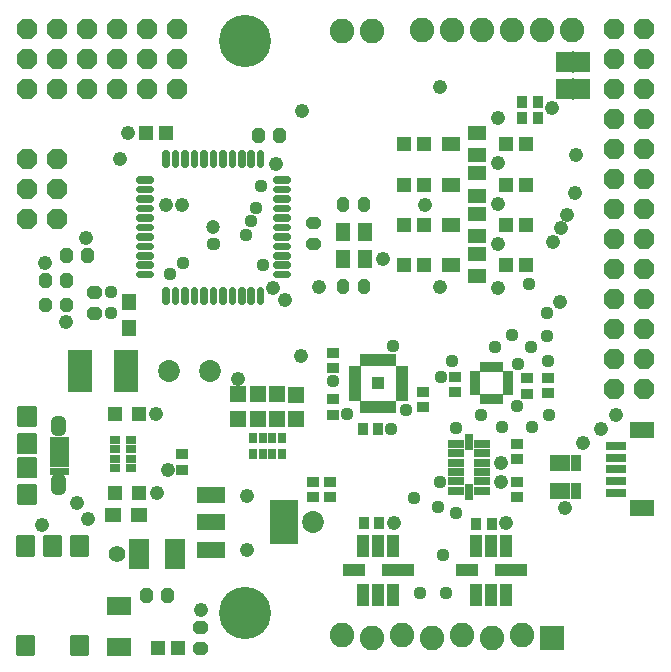
<source format=gts>
G75*
G70*
%OFA0B0*%
%FSLAX24Y24*%
%IPPOS*%
%LPD*%
%AMOC8*
5,1,8,0,0,1.08239X$1,22.5*
%
%ADD10R,0.0198X0.0395*%
%ADD11R,0.0395X0.0198*%
%ADD12R,0.0394X0.0394*%
%ADD13R,0.0552X0.0277*%
%ADD14R,0.0277X0.0552*%
%ADD15R,0.0434X0.0356*%
%ADD16R,0.0356X0.0434*%
%ADD17R,0.0336X0.0190*%
%ADD18R,0.0190X0.0336*%
%ADD19R,0.0789X0.0552*%
%ADD20R,0.0690X0.0316*%
%ADD21C,0.0820*%
%ADD22OC8,0.0690*%
%ADD23R,0.0552X0.0552*%
%ADD24C,0.0347*%
%ADD25R,0.0828X0.1419*%
%ADD26R,0.0474X0.0474*%
%ADD27R,0.0552X0.0474*%
%ADD28R,0.0336X0.0277*%
%ADD29R,0.0474X0.0552*%
%ADD30C,0.0206*%
%ADD31C,0.0474*%
%ADD32R,0.0710X0.1025*%
%ADD33C,0.0095*%
%ADD34R,0.0277X0.0336*%
%ADD35R,0.0493X0.0592*%
%ADD36R,0.0789X0.0631*%
%ADD37C,0.0138*%
%ADD38C,0.0384*%
%ADD39C,0.0024*%
%ADD40C,0.0068*%
%ADD41C,0.0356*%
%ADD42R,0.1064X0.0395*%
%ADD43R,0.0737X0.0395*%
%ADD44R,0.0395X0.0737*%
%ADD45R,0.0820X0.0820*%
%ADD46R,0.0540X0.0710*%
%ADD47R,0.0060X0.0720*%
%ADD48OC8,0.0680*%
%ADD49R,0.0330X0.0580*%
%ADD50R,0.0631X0.0474*%
%ADD51R,0.0513X0.0474*%
%ADD52R,0.0960X0.0560*%
%ADD53R,0.0946X0.1497*%
%ADD54R,0.0474X0.0513*%
%ADD55C,0.0476*%
%ADD56C,0.0555*%
%ADD57C,0.0730*%
%ADD58C,0.0437*%
%ADD59C,0.1740*%
D10*
X012263Y010854D03*
X012460Y010854D03*
X012657Y010854D03*
X012853Y010854D03*
X013050Y010854D03*
X013247Y010854D03*
X013247Y012429D03*
X013050Y012429D03*
X012853Y012429D03*
X012657Y012429D03*
X012460Y012429D03*
X012263Y012429D03*
D11*
X011968Y012133D03*
X011968Y011937D03*
X011968Y011740D03*
X011968Y011543D03*
X011968Y011346D03*
X011968Y011149D03*
X013542Y011149D03*
X013542Y011346D03*
X013542Y011543D03*
X013542Y011740D03*
X013542Y011937D03*
X013542Y012133D03*
D12*
X012755Y011641D03*
D13*
X015337Y009629D03*
X015337Y009314D03*
X015337Y008999D03*
X015337Y008684D03*
X015337Y008369D03*
X015337Y008054D03*
X016203Y008054D03*
X016203Y008369D03*
X016203Y008684D03*
X016203Y008999D03*
X016203Y009314D03*
X016203Y009629D03*
D14*
X015770Y009668D03*
X015770Y008015D03*
D15*
X017380Y007850D03*
X017380Y008362D03*
X017380Y009110D03*
X017380Y009622D03*
X017725Y011300D03*
X017725Y011812D03*
X018415Y011832D03*
X018415Y011320D03*
X015320Y011345D03*
X015320Y011857D03*
X014255Y011352D03*
X014255Y010840D03*
X011250Y010590D03*
X011250Y011102D03*
X011250Y012135D03*
X011250Y012647D03*
X011155Y008352D03*
X011155Y007840D03*
X010585Y007840D03*
X010585Y008352D03*
X006230Y008760D03*
X006230Y009272D03*
D16*
X012254Y010101D03*
X012766Y010101D03*
X012781Y006991D03*
X012269Y006991D03*
X016029Y006961D03*
X016541Y006961D03*
X017564Y020476D03*
X018076Y020476D03*
X018071Y021031D03*
X017559Y021031D03*
D17*
X017069Y011947D03*
X017069Y011750D03*
X017069Y011553D03*
X017069Y011356D03*
X015991Y011356D03*
X015991Y011553D03*
X015991Y011750D03*
X015991Y011947D03*
D18*
X016235Y012191D03*
X016432Y012191D03*
X016628Y012191D03*
X016825Y012191D03*
X016825Y011112D03*
X016628Y011112D03*
X016432Y011112D03*
X016235Y011112D03*
D19*
X021556Y010073D03*
X021556Y007475D03*
D20*
X020680Y007986D03*
X020680Y008380D03*
X020680Y008774D03*
X020680Y009167D03*
X020680Y009561D03*
D21*
X017540Y003261D03*
X016540Y003161D03*
X015540Y003261D03*
X014540Y003161D03*
X013540Y003261D03*
X012540Y003161D03*
X011540Y003261D03*
X011565Y023386D03*
X012565Y023386D03*
X014205Y023411D03*
X015205Y023411D03*
X016205Y023411D03*
X017205Y023411D03*
X018205Y023411D03*
X019205Y023411D03*
D22*
X002065Y019111D03*
X002065Y018111D03*
X002065Y017111D03*
X001065Y017111D03*
X001065Y018111D03*
X001065Y019111D03*
D23*
X008095Y011280D03*
X008735Y011275D03*
X009370Y011270D03*
X010015Y011265D03*
X010015Y010438D03*
X009370Y010443D03*
X008735Y010448D03*
X008095Y010453D03*
D24*
X011634Y014778D02*
X011634Y014944D01*
X011634Y014778D02*
X011546Y014778D01*
X011546Y014944D01*
X011634Y014944D01*
X012334Y014944D02*
X012334Y014778D01*
X012246Y014778D01*
X012246Y014944D01*
X012334Y014944D01*
X010532Y016242D02*
X010532Y016330D01*
X010698Y016330D01*
X010698Y016242D01*
X010532Y016242D01*
X010532Y016942D02*
X010532Y017030D01*
X010698Y017030D01*
X010698Y016942D01*
X010532Y016942D01*
X011634Y017503D02*
X011634Y017669D01*
X011634Y017503D02*
X011546Y017503D01*
X011546Y017669D01*
X011634Y017669D01*
X012334Y017669D02*
X012334Y017503D01*
X012246Y017503D01*
X012246Y017669D01*
X012334Y017669D01*
X009504Y019828D02*
X009504Y019994D01*
X009504Y019828D02*
X009416Y019828D01*
X009416Y019994D01*
X009504Y019994D01*
X008804Y019994D02*
X008804Y019828D01*
X008716Y019828D01*
X008716Y019994D01*
X008804Y019994D01*
X003368Y014720D02*
X003202Y014720D01*
X003368Y014720D02*
X003368Y014632D01*
X003202Y014632D01*
X003202Y014720D01*
X003202Y014020D02*
X003368Y014020D01*
X003368Y013932D01*
X003202Y013932D01*
X003202Y014020D01*
X002404Y014168D02*
X002316Y014168D01*
X002316Y014334D01*
X002404Y014334D01*
X002404Y014168D01*
X001704Y014168D02*
X001616Y014168D01*
X001616Y014334D01*
X001704Y014334D01*
X001704Y014168D01*
X001704Y015154D02*
X001616Y015154D01*
X001704Y015154D02*
X001704Y014988D01*
X001616Y014988D01*
X001616Y015154D01*
X002316Y015154D02*
X002404Y015154D01*
X002404Y014988D01*
X002316Y014988D01*
X002316Y015154D01*
X002404Y015808D02*
X002404Y015974D01*
X002404Y015808D02*
X002316Y015808D01*
X002316Y015974D01*
X002404Y015974D01*
X003104Y015974D02*
X003104Y015808D01*
X003016Y015808D01*
X003016Y015974D01*
X003104Y015974D01*
X005084Y004644D02*
X005084Y004478D01*
X004996Y004478D01*
X004996Y004644D01*
X005084Y004644D01*
X005784Y004644D02*
X005784Y004478D01*
X005696Y004478D01*
X005696Y004644D01*
X005784Y004644D01*
X006757Y003555D02*
X006923Y003555D01*
X006923Y003467D01*
X006757Y003467D01*
X006757Y003555D01*
X006757Y002855D02*
X006923Y002855D01*
X006923Y002767D01*
X006757Y002767D01*
X006757Y002855D01*
D25*
X004358Y012036D03*
X002822Y012036D03*
D26*
X003996Y010611D03*
X004784Y010611D03*
X004784Y007986D03*
X003996Y007986D03*
D27*
X003932Y007261D03*
X004798Y007261D03*
D28*
X004531Y008814D03*
X004531Y009129D03*
X004531Y009444D03*
X004531Y009759D03*
X003999Y009759D03*
X003999Y009444D03*
X003999Y009129D03*
X003999Y008814D03*
D29*
X004435Y013483D03*
X004435Y014349D03*
D30*
X005194Y015237D02*
X005194Y015287D01*
X005194Y015237D02*
X004770Y015237D01*
X004770Y015287D01*
X005194Y015287D01*
X005194Y015552D02*
X005194Y015602D01*
X005194Y015552D02*
X004770Y015552D01*
X004770Y015602D01*
X005194Y015602D01*
X005194Y015866D02*
X005194Y015916D01*
X005194Y015866D02*
X004770Y015866D01*
X004770Y015916D01*
X005194Y015916D01*
X005194Y016181D02*
X005194Y016231D01*
X005194Y016181D02*
X004770Y016181D01*
X004770Y016231D01*
X005194Y016231D01*
X005194Y016496D02*
X005194Y016546D01*
X005194Y016496D02*
X004770Y016496D01*
X004770Y016546D01*
X005194Y016546D01*
X005194Y016811D02*
X005194Y016861D01*
X005194Y016811D02*
X004770Y016811D01*
X004770Y016861D01*
X005194Y016861D01*
X005194Y017126D02*
X005194Y017176D01*
X005194Y017126D02*
X004770Y017126D01*
X004770Y017176D01*
X005194Y017176D01*
X005194Y017441D02*
X005194Y017491D01*
X005194Y017441D02*
X004770Y017441D01*
X004770Y017491D01*
X005194Y017491D01*
X005194Y017756D02*
X005194Y017806D01*
X005194Y017756D02*
X004770Y017756D01*
X004770Y017806D01*
X005194Y017806D01*
X005194Y018071D02*
X005194Y018121D01*
X005194Y018071D02*
X004770Y018071D01*
X004770Y018121D01*
X005194Y018121D01*
X005194Y018386D02*
X005194Y018436D01*
X005194Y018386D02*
X004770Y018386D01*
X004770Y018436D01*
X005194Y018436D01*
X005715Y018908D02*
X005715Y019332D01*
X005715Y018908D02*
X005665Y018908D01*
X005665Y019332D01*
X005715Y019332D01*
X005715Y019113D02*
X005665Y019113D01*
X005665Y019318D02*
X005715Y019318D01*
X006030Y019332D02*
X006030Y018908D01*
X005980Y018908D01*
X005980Y019332D01*
X006030Y019332D01*
X006030Y019113D02*
X005980Y019113D01*
X005980Y019318D02*
X006030Y019318D01*
X006345Y019332D02*
X006345Y018908D01*
X006295Y018908D01*
X006295Y019332D01*
X006345Y019332D01*
X006345Y019113D02*
X006295Y019113D01*
X006295Y019318D02*
X006345Y019318D01*
X006660Y019332D02*
X006660Y018908D01*
X006610Y018908D01*
X006610Y019332D01*
X006660Y019332D01*
X006660Y019113D02*
X006610Y019113D01*
X006610Y019318D02*
X006660Y019318D01*
X006975Y019332D02*
X006975Y018908D01*
X006925Y018908D01*
X006925Y019332D01*
X006975Y019332D01*
X006975Y019113D02*
X006925Y019113D01*
X006925Y019318D02*
X006975Y019318D01*
X007290Y019332D02*
X007290Y018908D01*
X007240Y018908D01*
X007240Y019332D01*
X007290Y019332D01*
X007290Y019113D02*
X007240Y019113D01*
X007240Y019318D02*
X007290Y019318D01*
X007605Y019332D02*
X007605Y018908D01*
X007555Y018908D01*
X007555Y019332D01*
X007605Y019332D01*
X007605Y019113D02*
X007555Y019113D01*
X007555Y019318D02*
X007605Y019318D01*
X007920Y019332D02*
X007920Y018908D01*
X007870Y018908D01*
X007870Y019332D01*
X007920Y019332D01*
X007920Y019113D02*
X007870Y019113D01*
X007870Y019318D02*
X007920Y019318D01*
X008235Y019332D02*
X008235Y018908D01*
X008185Y018908D01*
X008185Y019332D01*
X008235Y019332D01*
X008235Y019113D02*
X008185Y019113D01*
X008185Y019318D02*
X008235Y019318D01*
X008550Y019332D02*
X008550Y018908D01*
X008500Y018908D01*
X008500Y019332D01*
X008550Y019332D01*
X008550Y019113D02*
X008500Y019113D01*
X008500Y019318D02*
X008550Y019318D01*
X008865Y019332D02*
X008865Y018908D01*
X008815Y018908D01*
X008815Y019332D01*
X008865Y019332D01*
X008865Y019113D02*
X008815Y019113D01*
X008815Y019318D02*
X008865Y019318D01*
X009760Y018436D02*
X009760Y018386D01*
X009336Y018386D01*
X009336Y018436D01*
X009760Y018436D01*
X009760Y018121D02*
X009760Y018071D01*
X009336Y018071D01*
X009336Y018121D01*
X009760Y018121D01*
X009760Y017806D02*
X009760Y017756D01*
X009336Y017756D01*
X009336Y017806D01*
X009760Y017806D01*
X009760Y017491D02*
X009760Y017441D01*
X009336Y017441D01*
X009336Y017491D01*
X009760Y017491D01*
X009760Y017176D02*
X009760Y017126D01*
X009336Y017126D01*
X009336Y017176D01*
X009760Y017176D01*
X009760Y016861D02*
X009760Y016811D01*
X009336Y016811D01*
X009336Y016861D01*
X009760Y016861D01*
X009760Y016546D02*
X009760Y016496D01*
X009336Y016496D01*
X009336Y016546D01*
X009760Y016546D01*
X009760Y016231D02*
X009760Y016181D01*
X009336Y016181D01*
X009336Y016231D01*
X009760Y016231D01*
X009760Y015916D02*
X009760Y015866D01*
X009336Y015866D01*
X009336Y015916D01*
X009760Y015916D01*
X009760Y015602D02*
X009760Y015552D01*
X009336Y015552D01*
X009336Y015602D01*
X009760Y015602D01*
X009760Y015287D02*
X009760Y015237D01*
X009336Y015237D01*
X009336Y015287D01*
X009760Y015287D01*
X008865Y014765D02*
X008865Y014341D01*
X008815Y014341D01*
X008815Y014765D01*
X008865Y014765D01*
X008865Y014546D02*
X008815Y014546D01*
X008815Y014751D02*
X008865Y014751D01*
X008550Y014765D02*
X008550Y014341D01*
X008500Y014341D01*
X008500Y014765D01*
X008550Y014765D01*
X008550Y014546D02*
X008500Y014546D01*
X008500Y014751D02*
X008550Y014751D01*
X008235Y014765D02*
X008235Y014341D01*
X008185Y014341D01*
X008185Y014765D01*
X008235Y014765D01*
X008235Y014546D02*
X008185Y014546D01*
X008185Y014751D02*
X008235Y014751D01*
X007920Y014765D02*
X007920Y014341D01*
X007870Y014341D01*
X007870Y014765D01*
X007920Y014765D01*
X007920Y014546D02*
X007870Y014546D01*
X007870Y014751D02*
X007920Y014751D01*
X007605Y014765D02*
X007605Y014341D01*
X007555Y014341D01*
X007555Y014765D01*
X007605Y014765D01*
X007605Y014546D02*
X007555Y014546D01*
X007555Y014751D02*
X007605Y014751D01*
X007290Y014765D02*
X007290Y014341D01*
X007240Y014341D01*
X007240Y014765D01*
X007290Y014765D01*
X007290Y014546D02*
X007240Y014546D01*
X007240Y014751D02*
X007290Y014751D01*
X006975Y014765D02*
X006975Y014341D01*
X006925Y014341D01*
X006925Y014765D01*
X006975Y014765D01*
X006975Y014546D02*
X006925Y014546D01*
X006925Y014751D02*
X006975Y014751D01*
X006660Y014765D02*
X006660Y014341D01*
X006610Y014341D01*
X006610Y014765D01*
X006660Y014765D01*
X006660Y014546D02*
X006610Y014546D01*
X006610Y014751D02*
X006660Y014751D01*
X006345Y014765D02*
X006345Y014341D01*
X006295Y014341D01*
X006295Y014765D01*
X006345Y014765D01*
X006345Y014546D02*
X006295Y014546D01*
X006295Y014751D02*
X006345Y014751D01*
X006030Y014765D02*
X006030Y014341D01*
X005980Y014341D01*
X005980Y014765D01*
X006030Y014765D01*
X006030Y014546D02*
X005980Y014546D01*
X005980Y014751D02*
X006030Y014751D01*
X005715Y014765D02*
X005715Y014341D01*
X005665Y014341D01*
X005665Y014765D01*
X005715Y014765D01*
X005715Y014546D02*
X005665Y014546D01*
X005665Y014751D02*
X005715Y014751D01*
D31*
X007265Y016836D03*
D32*
X005981Y005936D03*
X004799Y005936D03*
D33*
X000731Y003231D02*
X000731Y002615D01*
X000731Y003231D02*
X001267Y003231D01*
X001267Y002615D01*
X000731Y002615D01*
X000731Y002709D02*
X001267Y002709D01*
X001267Y002803D02*
X000731Y002803D01*
X000731Y002897D02*
X001267Y002897D01*
X001267Y002991D02*
X000731Y002991D01*
X000731Y003085D02*
X001267Y003085D01*
X001267Y003179D02*
X000731Y003179D01*
X002503Y003231D02*
X002503Y002615D01*
X002503Y003231D02*
X003039Y003231D01*
X003039Y002615D01*
X002503Y002615D01*
X002503Y002709D02*
X003039Y002709D01*
X003039Y002803D02*
X002503Y002803D01*
X002503Y002897D02*
X003039Y002897D01*
X003039Y002991D02*
X002503Y002991D01*
X002503Y003085D02*
X003039Y003085D01*
X003039Y003179D02*
X002503Y003179D01*
X002503Y005922D02*
X002503Y006538D01*
X003039Y006538D01*
X003039Y005922D01*
X002503Y005922D01*
X002503Y006016D02*
X003039Y006016D01*
X003039Y006110D02*
X002503Y006110D01*
X002503Y006204D02*
X003039Y006204D01*
X003039Y006298D02*
X002503Y006298D01*
X002503Y006392D02*
X003039Y006392D01*
X003039Y006486D02*
X002503Y006486D01*
X001617Y006538D02*
X001617Y005922D01*
X001617Y006538D02*
X002153Y006538D01*
X002153Y005922D01*
X001617Y005922D01*
X001617Y006016D02*
X002153Y006016D01*
X002153Y006110D02*
X001617Y006110D01*
X001617Y006204D02*
X002153Y006204D01*
X002153Y006298D02*
X001617Y006298D01*
X001617Y006392D02*
X002153Y006392D01*
X002153Y006486D02*
X001617Y006486D01*
X000731Y006538D02*
X000731Y005922D01*
X000731Y006538D02*
X001267Y006538D01*
X001267Y005922D01*
X000731Y005922D01*
X000731Y006016D02*
X001267Y006016D01*
X001267Y006110D02*
X000731Y006110D01*
X000731Y006204D02*
X001267Y006204D01*
X001267Y006298D02*
X000731Y006298D01*
X000731Y006392D02*
X001267Y006392D01*
X001267Y006486D02*
X000731Y006486D01*
D34*
X008598Y009281D03*
X008913Y009281D03*
X009227Y009281D03*
X009542Y009281D03*
X009542Y009812D03*
X009227Y009812D03*
X008913Y009812D03*
X008598Y009812D03*
D35*
X011576Y015784D03*
X012304Y015784D03*
X012304Y016689D03*
X011576Y016689D03*
D36*
X004115Y004206D03*
X004115Y002867D03*
D37*
X000774Y007640D02*
X000774Y008232D01*
X001326Y008232D01*
X001326Y007640D01*
X000774Y007640D01*
X000774Y007777D02*
X001326Y007777D01*
X001326Y007914D02*
X000774Y007914D01*
X000774Y008051D02*
X001326Y008051D01*
X001326Y008188D02*
X000774Y008188D01*
X000774Y010240D02*
X000774Y010832D01*
X001326Y010832D01*
X001326Y010240D01*
X000774Y010240D01*
X000774Y010377D02*
X001326Y010377D01*
X001326Y010514D02*
X000774Y010514D01*
X000774Y010651D02*
X001326Y010651D01*
X001326Y010788D02*
X000774Y010788D01*
D38*
X002062Y010364D02*
X002062Y010068D01*
X002062Y010364D02*
X002158Y010364D01*
X002158Y010068D01*
X002062Y010068D01*
X002062Y008404D02*
X002062Y008108D01*
X002062Y008404D02*
X002158Y008404D01*
X002158Y008108D01*
X002062Y008108D01*
D39*
X001817Y008608D02*
X001817Y008824D01*
X002403Y008824D01*
X002403Y008608D01*
X001817Y008608D01*
X001817Y008631D02*
X002403Y008631D01*
X002403Y008654D02*
X001817Y008654D01*
X001817Y008677D02*
X002403Y008677D01*
X002403Y008700D02*
X001817Y008700D01*
X001817Y008723D02*
X002403Y008723D01*
X002403Y008746D02*
X001817Y008746D01*
X001817Y008769D02*
X002403Y008769D01*
X002403Y008792D02*
X001817Y008792D01*
X001817Y008815D02*
X002403Y008815D01*
X001817Y008868D02*
X001817Y009084D01*
X002403Y009084D01*
X002403Y008868D01*
X001817Y008868D01*
X001817Y008891D02*
X002403Y008891D01*
X002403Y008914D02*
X001817Y008914D01*
X001817Y008937D02*
X002403Y008937D01*
X002403Y008960D02*
X001817Y008960D01*
X001817Y008983D02*
X002403Y008983D01*
X002403Y009006D02*
X001817Y009006D01*
X001817Y009029D02*
X002403Y009029D01*
X002403Y009052D02*
X001817Y009052D01*
X001817Y009075D02*
X002403Y009075D01*
X001817Y009128D02*
X001817Y009344D01*
X002403Y009344D01*
X002403Y009128D01*
X001817Y009128D01*
X001817Y009151D02*
X002403Y009151D01*
X002403Y009174D02*
X001817Y009174D01*
X001817Y009197D02*
X002403Y009197D01*
X002403Y009220D02*
X001817Y009220D01*
X001817Y009243D02*
X002403Y009243D01*
X002403Y009266D02*
X001817Y009266D01*
X001817Y009289D02*
X002403Y009289D01*
X002403Y009312D02*
X001817Y009312D01*
X001817Y009335D02*
X002403Y009335D01*
X001817Y009388D02*
X001817Y009604D01*
X002403Y009604D01*
X002403Y009388D01*
X001817Y009388D01*
X001817Y009411D02*
X002403Y009411D01*
X002403Y009434D02*
X001817Y009434D01*
X001817Y009457D02*
X002403Y009457D01*
X002403Y009480D02*
X001817Y009480D01*
X001817Y009503D02*
X002403Y009503D01*
X002403Y009526D02*
X001817Y009526D01*
X001817Y009549D02*
X002403Y009549D01*
X002403Y009572D02*
X001817Y009572D01*
X001817Y009595D02*
X002403Y009595D01*
X001817Y009648D02*
X001817Y009864D01*
X002403Y009864D01*
X002403Y009648D01*
X001817Y009648D01*
X001817Y009671D02*
X002403Y009671D01*
X002403Y009694D02*
X001817Y009694D01*
X001817Y009717D02*
X002403Y009717D01*
X002403Y009740D02*
X001817Y009740D01*
X001817Y009763D02*
X002403Y009763D01*
X002403Y009786D02*
X001817Y009786D01*
X001817Y009809D02*
X002403Y009809D01*
X002403Y009832D02*
X001817Y009832D01*
X001817Y009855D02*
X002403Y009855D01*
D40*
X000744Y009942D02*
X000744Y009330D01*
X000744Y009942D02*
X001356Y009942D01*
X001356Y009330D01*
X000744Y009330D01*
X000744Y009397D02*
X001356Y009397D01*
X001356Y009464D02*
X000744Y009464D01*
X000744Y009531D02*
X001356Y009531D01*
X001356Y009598D02*
X000744Y009598D01*
X000744Y009665D02*
X001356Y009665D01*
X001356Y009732D02*
X000744Y009732D01*
X000744Y009799D02*
X001356Y009799D01*
X001356Y009866D02*
X000744Y009866D01*
X000744Y009933D02*
X001356Y009933D01*
X000744Y009142D02*
X000744Y008530D01*
X000744Y009142D02*
X001356Y009142D01*
X001356Y008530D01*
X000744Y008530D01*
X000744Y008597D02*
X001356Y008597D01*
X001356Y008664D02*
X000744Y008664D01*
X000744Y008731D02*
X001356Y008731D01*
X001356Y008798D02*
X000744Y008798D01*
X000744Y008865D02*
X001356Y008865D01*
X001356Y008932D02*
X000744Y008932D01*
X000744Y008999D02*
X001356Y008999D01*
X001356Y009066D02*
X000744Y009066D01*
X000744Y009133D02*
X001356Y009133D01*
D41*
X002110Y008306D03*
X002110Y008206D03*
X001150Y007856D03*
X000950Y007856D03*
X002110Y010166D03*
X002110Y010266D03*
X001150Y010616D03*
X000950Y010616D03*
D42*
X013415Y005411D03*
X017180Y005411D03*
D43*
X015717Y005411D03*
X011952Y005411D03*
D44*
X012265Y006224D03*
X012765Y006224D03*
X013265Y006224D03*
X013265Y004598D03*
X012765Y004598D03*
X012265Y004598D03*
X016030Y004598D03*
X016530Y004598D03*
X017030Y004598D03*
X017030Y006224D03*
X016530Y006224D03*
X016030Y006224D03*
D45*
X018540Y003161D03*
D46*
X018940Y021461D03*
X019540Y021461D03*
X019540Y022361D03*
X018940Y022361D03*
D47*
X019240Y022361D03*
X019240Y021461D03*
D48*
X020615Y021461D03*
X020615Y020461D03*
X020615Y019461D03*
X020615Y018461D03*
X020615Y017461D03*
X020615Y016461D03*
X020615Y015461D03*
X020615Y014461D03*
X020615Y013461D03*
X020615Y012461D03*
X020615Y011461D03*
X021615Y011461D03*
X021615Y012461D03*
X021615Y013461D03*
X021615Y014461D03*
X021615Y015461D03*
X021615Y016461D03*
X021615Y017461D03*
X021615Y018461D03*
X021615Y019461D03*
X021615Y020461D03*
X021615Y021461D03*
X021615Y022461D03*
X021615Y023461D03*
X020615Y023461D03*
X020615Y022461D03*
X006065Y022461D03*
X006065Y021461D03*
X005065Y021461D03*
X004065Y021461D03*
X004065Y022461D03*
X005065Y022461D03*
X005065Y023461D03*
X004065Y023461D03*
X003065Y023461D03*
X003065Y022461D03*
X003065Y021461D03*
X002065Y021461D03*
X002065Y022461D03*
X002065Y023461D03*
X001065Y023461D03*
X001065Y022461D03*
X001065Y021461D03*
X006065Y023461D03*
D49*
X018640Y008986D03*
X018990Y008986D03*
X019340Y008986D03*
X019340Y008036D03*
X018990Y008036D03*
X018640Y008036D03*
D50*
X016048Y015212D03*
X016048Y015960D03*
X016048Y016537D03*
X016048Y017285D03*
X016048Y017887D03*
X016048Y018635D03*
X016048Y019237D03*
X016048Y019985D03*
X015182Y019611D03*
X015182Y018261D03*
X015182Y016911D03*
X015182Y015586D03*
D51*
X014300Y015586D03*
X013630Y015586D03*
X013630Y016911D03*
X014300Y016911D03*
X014300Y018261D03*
X013630Y018261D03*
X013630Y019611D03*
X014300Y019611D03*
X017005Y019611D03*
X017675Y019611D03*
X017675Y018261D03*
X017005Y018261D03*
X017005Y016911D03*
X017675Y016911D03*
X017675Y015586D03*
X017005Y015586D03*
D52*
X007185Y007916D03*
X007185Y007006D03*
X007185Y006096D03*
D53*
X009625Y007006D03*
D54*
X006075Y002811D03*
X005405Y002811D03*
X005690Y019991D03*
X005020Y019991D03*
D55*
X004425Y019986D03*
X004145Y019106D03*
X005695Y017586D03*
X006215Y017586D03*
X003015Y016486D03*
X001655Y015666D03*
X002365Y013686D03*
X005365Y010616D03*
X005765Y008766D03*
X005385Y007986D03*
X003075Y007116D03*
X002705Y007646D03*
X001540Y006911D03*
X006835Y004096D03*
X008375Y006096D03*
X008375Y007876D03*
X008095Y011796D03*
X010195Y012546D03*
X009655Y014426D03*
X009245Y014806D03*
X010790Y014861D03*
X012915Y015786D03*
X014805Y014836D03*
X016755Y014806D03*
X016755Y016276D03*
X016755Y017626D03*
X016755Y018986D03*
X016765Y020486D03*
X018545Y020826D03*
X019355Y019266D03*
X019305Y017996D03*
X019065Y017266D03*
X018845Y016806D03*
X018595Y016346D03*
X018825Y014366D03*
X020695Y010576D03*
X020190Y010111D03*
X019590Y009636D03*
X018990Y007486D03*
X017025Y006976D03*
X016845Y008366D03*
X016865Y008996D03*
X013275Y006996D03*
X014305Y017596D03*
X014805Y021516D03*
X010215Y020726D03*
X009365Y018936D03*
D56*
X004065Y005936D03*
D57*
X005785Y012046D03*
X007165Y012046D03*
X010585Y007026D03*
D58*
X013185Y010106D03*
X013675Y010746D03*
X014855Y011856D03*
X015225Y012386D03*
X016665Y012861D03*
X017215Y013236D03*
X017865Y012861D03*
X018390Y013211D03*
X018385Y013976D03*
X017795Y014946D03*
X018415Y012381D03*
X017405Y012276D03*
X017385Y010891D03*
X016890Y010186D03*
X016190Y010586D03*
X015340Y010161D03*
X014825Y008366D03*
X013965Y007806D03*
X014765Y007506D03*
X015355Y007306D03*
X014905Y005916D03*
X015005Y004636D03*
X014145Y004636D03*
X017890Y010186D03*
X018440Y010586D03*
X013245Y012896D03*
X011255Y011726D03*
X011715Y010606D03*
X008915Y015576D03*
X008335Y016596D03*
X008515Y017046D03*
X008690Y017481D03*
X008840Y018231D03*
X007295Y016286D03*
X007265Y016286D03*
X006245Y015636D03*
X005825Y015286D03*
X003855Y014676D03*
X003845Y013976D03*
D59*
X008315Y023036D03*
X008315Y003986D03*
M02*

</source>
